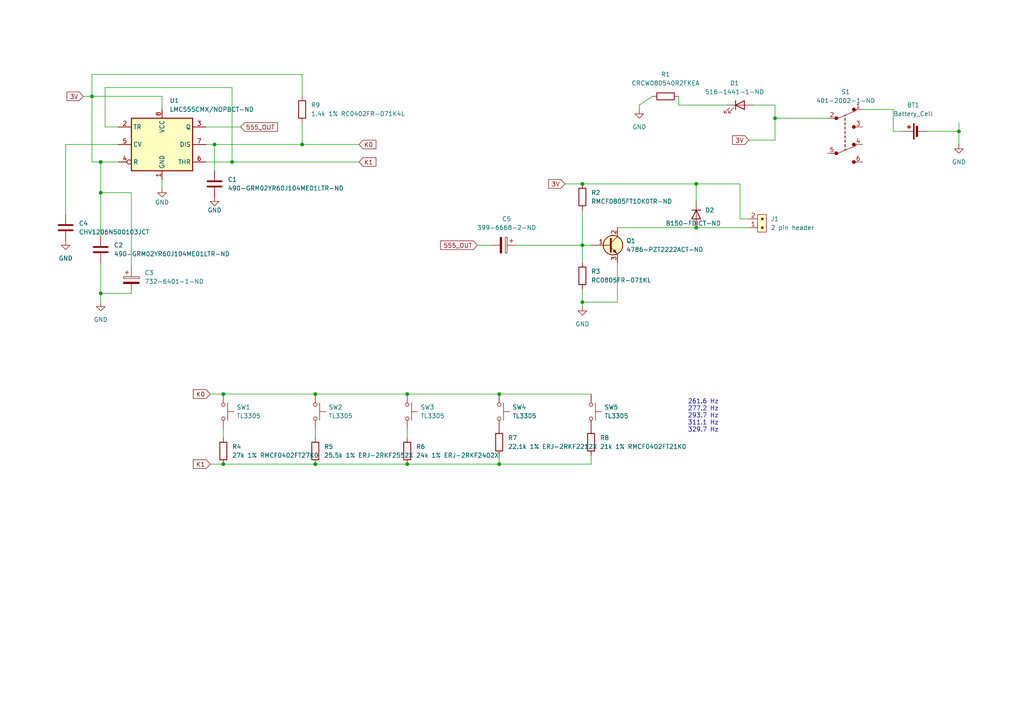
<source format=kicad_sch>
(kicad_sch (version 20231120) (generator "eeschema") (generator_version "8.0")
  (paper "A4")
  (lib_symbols
    (symbol "Device:Battery_Cell" (pin_numbers hide) (pin_names (offset 0) hide)
      (property "Reference" "BT" (at 2.54 2.54 0))
      (property "Value" "Battery_Cell" (at 2.54 0 0))
      (symbol "Battery_Cell_0_1"
        (rectangle (start -2.286 1.778) (end 2.286 1.524) (fill (type outline)))
        (rectangle (start -1.524 1.016) (end 1.524 0.508) (fill (type outline)))
        (polyline (pts (xy 0 0.762) (xy 0 0)))
        (polyline (pts (xy 0 1.778) (xy 0 2.54)))
        (polyline (pts (xy 0.762 3.048) (xy 1.778 3.048)) (stroke (width 0.254)))
        (polyline (pts (xy 1.27 3.556) (xy 1.27 2.54)) (stroke (width 0.254)))
      )
      (symbol "Battery_Cell_1_1"
        (pin passive line (at 0 5.08 270) (length 2.54) (name "+") (number "1"))
        (pin passive line (at 0 -2.54 90) (length 2.54) (name "-") (number "2"))
      )
    )
    (symbol "Device:C" (pin_numbers hide) (pin_names (offset 0.254))
      (property "Reference" "C" (at 0.635 2.54 0))
      (property "Value" "C" (at 0.635 -2.54 0))
      (symbol "C_0_1"
        (polyline (pts (xy -2.032 -0.762) (xy 2.032 -0.762)) (stroke (width 0.508)))
        (polyline (pts (xy -2.032 0.762) (xy 2.032 0.762)) (stroke (width 0.508)))
      )
      (symbol "C_1_1"
        (pin passive line (at 0 3.81 270) (length 2.794) (name "~") (number "1"))
        (pin passive line (at 0 -3.81 90) (length 2.794) (name "~") (number "2"))
      )
    )
    (symbol "Device:C_Polarized" (pin_numbers hide) (pin_names (offset 0.254))
      (property "Reference" "C" (at 0.635 2.54 0))
      (property "Value" "C_Polarized" (at 0.635 -2.54 0))
      (symbol "C_Polarized_0_1"
        (rectangle (start -2.286 0.508) (end 2.286 1.016))
        (polyline (pts (xy -1.778 2.286) (xy -0.762 2.286)))
        (polyline (pts (xy -1.27 2.794) (xy -1.27 1.778)))
        (rectangle (start 2.286 -0.508) (end -2.286 -1.016) (fill (type outline)))
      )
      (symbol "C_Polarized_1_1"
        (pin passive line (at 0 3.81 270) (length 2.794) (name "~") (number "1"))
        (pin passive line (at 0 -3.81 90) (length 2.794) (name "~") (number "2"))
      )
    )
    (symbol "Device:D" (pin_numbers hide) (pin_names (offset 1.016) hide)
      (property "Reference" "D" (at 0 2.54 0))
      (property "Value" "D" (at 0 -2.54 0))
      (symbol "D_0_1"
        (polyline (pts (xy -1.27 1.27) (xy -1.27 -1.27)) (stroke (width 0.254)))
        (polyline (pts (xy 1.27 0) (xy -1.27 0)))
        (polyline (pts (xy 1.27 1.27) (xy 1.27 -1.27) (xy -1.27 0) (xy 1.27 1.27)) (stroke (width 0.254)))
      )
      (symbol "D_1_1"
        (pin passive line (at -3.81 0 0) (length 2.54) (name "K") (number "1"))
        (pin passive line (at 3.81 0 180) (length 2.54) (name "A") (number "2"))
      )
    )
    (symbol "Device:LED" (pin_numbers hide) (pin_names (offset 1.016) hide)
      (property "Reference" "D" (at 0 2.54 0))
      (property "Value" "LED" (at 0 -2.54 0))
      (symbol "LED_0_1"
        (polyline (pts (xy -1.27 -1.27) (xy -1.27 1.27)) (stroke (width 0.254)))
        (polyline (pts (xy -1.27 0) (xy 1.27 0)))
        (polyline (pts (xy 1.27 -1.27) (xy 1.27 1.27) (xy -1.27 0) (xy 1.27 -1.27)) (stroke (width 0.254)))
        (polyline (pts (xy -3.048 -0.762) (xy -4.572 -2.286) (xy -3.81 -2.286) (xy -4.572 -2.286) (xy -4.572 -1.524)))
        (polyline (pts (xy -1.778 -0.762) (xy -3.302 -2.286) (xy -2.54 -2.286) (xy -3.302 -2.286) (xy -3.302 -1.524)))
      )
      (symbol "LED_1_1"
        (pin passive line (at -3.81 0 0) (length 2.54) (name "K") (number "1"))
        (pin passive line (at 3.81 0 180) (length 2.54) (name "A") (number "2"))
      )
    )
    (symbol "Device:R" (pin_numbers hide) (pin_names (offset 0))
      (property "Reference" "R" (at 2.032 0 90))
      (property "Value" "R" (at 0 0 90))
      (symbol "R_0_1"
        (rectangle (start -1.016 -2.54) (end 1.016 2.54) (stroke (width 0.254)))
      )
      (symbol "R_1_1"
        (pin passive line (at 0 3.81 270) (length 1.27) (name "~") (number "1"))
        (pin passive line (at 0 -3.81 90) (length 1.27) (name "~") (number "2"))
      )
    )
    (symbol "PCM_Transistor_BJT_AKL:PZT2222A" (pin_names hide)
      (property "Reference" "Q" (at 5.08 1.27 0))
      (property "Value" "PZT2222A" (at 5.08 -1.27 0))
      (symbol "PZT2222A_0_1"
        (polyline (pts (xy 0.635 0.635) (xy 2.54 2.54)))
        (polyline (pts (xy 0.635 -0.635) (xy 2.54 -2.54) (xy 2.54 -2.54)))
        (polyline (pts (xy 0.635 1.905) (xy 0.635 -1.905) (xy 0.635 -1.905)) (stroke (width 0.508)))
        (polyline (pts (xy 1.27 -1.778) (xy 1.778 -1.27) (xy 2.286 -2.286) (xy 1.27 -1.778) (xy 1.27 -1.778)) (fill (type outline)))
        (circle (center 1.27 0) (radius 2.8194) (stroke (width 0.254)) (fill (type background)))
      )
      (symbol "PZT2222A_1_1"
        (pin input line (at -5.08 0 0) (length 5.715) (name "B") (number "1"))
        (pin passive line (at 2.54 5.08 270) (length 2.54) (name "C") (number "2"))
        (pin passive line (at 2.54 -5.08 90) (length 2.54) (name "E") (number "3"))
      )
    )
    (symbol "Switch:SW_Push" (pin_numbers hide) (pin_names (offset 1.016) hide)
      (property "Reference" "SW" (at 1.27 2.54 0))
      (property "Value" "SW_Push" (at 0 -1.524 0))
      (symbol "SW_Push_0_1"
        (circle (center -2.032 0) (radius 0.508))
        (polyline (pts (xy 0 1.27) (xy 0 3.048)))
        (polyline (pts (xy 2.54 1.27) (xy -2.54 1.27)))
        (circle (center 2.032 0) (radius 0.508))
        (pin passive line (at -5.08 0 0) (length 2.54) (name "1") (number "1"))
        (pin passive line (at 5.08 0 180) (length 2.54) (name "2") (number "2"))
      )
    )
    (symbol "Timer:LMC555xM"
      (property "Reference" "U" (at -10.16 8.89 0))
      (property "Value" "LMC555xM" (at 2.54 8.89 0))
      (symbol "LMC555xM_0_0"
        (pin power_in line (at 0 -10.16 90) (length 2.54) (name "GND") (number "1"))
        (pin power_in line (at 0 10.16 270) (length 2.54) (name "VCC") (number "8"))
      )
      (symbol "LMC555xM_0_1"
        (rectangle (start -8.89 -7.62) (end 8.89 7.62) (stroke (width 0.254)) (fill (type background)))
        (rectangle (start -8.89 -7.62) (end 8.89 7.62) (stroke (width 0.254)) (fill (type background)))
      )
      (symbol "LMC555xM_1_1"
        (pin input line (at -12.7 5.08 0) (length 3.81) (name "TR") (number "2"))
        (pin output line (at 12.7 5.08 180) (length 3.81) (name "Q") (number "3"))
        (pin input inverted (at -12.7 -5.08 0) (length 3.81) (name "R") (number "4"))
        (pin input line (at -12.7 0 0) (length 3.81) (name "CV") (number "5"))
        (pin input line (at 12.7 -5.08 180) (length 3.81) (name "THR") (number "6"))
        (pin input line (at 12.7 0 180) (length 3.81) (name "DIS") (number "7"))
      )
    )
    (symbol "dk_Rectangular-Connectors-Headers-Male-Pins:22-23-2021" (pin_names (offset 1.016))
      (property "Reference" "J" (at -2.54 1.27 0))
      (property "Value" "22-23-2021" (at 1.27 -3.81 0))
      (symbol "22-23-2021_1_1"
        (rectangle (start -1.27 0) (end 3.81 -2.54) (fill (type background)))
        (rectangle (start -0.254 -1.143) (end 0.254 -1.651) (fill (type outline)))
        (rectangle (start 2.286 -1.143) (end 2.794 -1.651) (fill (type outline)))
        (pin passive line (at 0 2.54 270) (length 2.54) (name "~") (number "1"))
        (pin passive line (at 2.54 2.54 270) (length 2.54) (name "~") (number "2"))
      )
    )
    (symbol "dk_Slide-Switches:JS202011SCQN" (pin_names (offset 0))
      (property "Reference" "S" (at -3.81 8.255 0))
      (property "Value" "JS202011SCQN" (at 0 -11.43 0))
      (symbol "JS202011SCQN_0_1"
        (circle (center -2.54 -5.08) (radius 0.4572) (fill (type outline)))
        (circle (center -2.54 5.08) (radius 0.4572) (fill (type outline)))
        (polyline (pts (xy -2.032 -5.08) (xy 3.302 -2.794)))
        (polyline (pts (xy -2.032 5.08) (xy 3.302 7.366)))
        (polyline (pts (xy 0 -3.81) (xy 0 -4.191)) (stroke (width 0.254)))
        (polyline (pts (xy 0 -2.54) (xy 0 -3.175)) (stroke (width 0.254)))
        (polyline (pts (xy 0 -1.27) (xy 0 -1.905)) (stroke (width 0.254)))
        (polyline (pts (xy 0 0) (xy 0 -0.635)) (stroke (width 0.254)))
        (polyline (pts (xy 0 1.27) (xy 0 0.635)) (stroke (width 0.254)))
        (polyline (pts (xy 0 2.54) (xy 0 1.905)) (stroke (width 0.254)))
        (polyline (pts (xy 0 3.81) (xy 0 3.175)) (stroke (width 0.254)))
        (polyline (pts (xy 0 5.08) (xy 0 4.445)) (stroke (width 0.254)))
        (polyline (pts (xy 0 5.969) (xy 0 5.715)) (stroke (width 0.254)))
        (circle (center 2.54 -7.62) (radius 0.4572) (fill (type outline)))
        (circle (center 2.54 -2.54) (radius 0.4572) (fill (type outline)))
        (circle (center 2.54 2.54) (radius 0.4572) (fill (type outline)))
        (circle (center 2.54 7.62) (radius 0.4572) (fill (type outline)))
      )
      (symbol "JS202011SCQN_1_1"
        (pin passive line (at 5.08 7.62 180) (length 2.54) (name "~") (number "1"))
        (pin passive line (at -5.08 5.08 0) (length 2.54) (name "~") (number "2"))
        (pin passive line (at 5.08 2.54 180) (length 2.54) (name "~") (number "3"))
        (pin passive line (at 5.08 -2.54 180) (length 2.54) (name "~") (number "4"))
        (pin passive line (at -5.08 -5.08 0) (length 2.54) (name "~") (number "5"))
        (pin passive line (at 5.08 -7.62 180) (length 2.54) (name "~") (number "6"))
      )
    )
    (symbol "power:GND" (power) (pin_numbers hide) (pin_names (offset 0) hide)
      (property "Value" "GND" (at 0 -3.81 0))
      (symbol "GND_0_1"
        (polyline (pts (xy 0 0) (xy 0 -1.27) (xy 1.27 -1.27) (xy 0 -2.54) (xy -1.27 -1.27) (xy 0 -1.27)))
      )
      (symbol "GND_1_1"
        (pin power_in line (at 0 0 270) (length 0) (name "~") (number "1"))
      )
    )
  )
  (junction (at 224.79 34.29))
  (junction (at 67.31 46.99))
  (junction (at 29.21 85.09))
  (junction (at 118.11 134.62))
  (junction (at 144.78 114.3))
  (junction (at 29.21 46.99))
  (junction (at 201.93 53.34))
  (junction (at 168.91 71.12))
  (junction (at 168.91 87.63))
  (junction (at 91.44 134.62))
  (junction (at 62.23 41.91))
  (junction (at 26.67 27.94))
  (junction (at 144.78 134.62))
  (junction (at 168.91 53.34))
  (junction (at 91.44 114.3))
  (junction (at 118.11 114.3))
  (junction (at 278.13 38.1))
  (junction (at 29.21 55.88))
  (junction (at 64.77 114.3))
  (junction (at 87.63 41.91))
  (junction (at 64.77 134.62))
  (junction (at 201.93 66.04))
  (wire (pts (xy 149.86 71.12) (xy 168.91 71.12)))
  (wire (pts (xy 217.17 63.5) (xy 214.63 63.5)))
  (wire (pts (xy 196.85 27.94) (xy 196.85 30.48)))
  (wire (pts (xy 91.44 114.3) (xy 118.11 114.3)))
  (wire (pts (xy 59.69 41.91) (xy 62.23 41.91)))
  (wire (pts (xy 179.07 87.63) (xy 168.91 87.63)))
  (wire (pts (xy 168.91 71.12) (xy 171.45 71.12)))
  (wire (pts (xy 30.48 36.83) (xy 30.48 25.4)))
  (wire (pts (xy 67.31 25.4) (xy 67.31 46.99)))
  (wire (pts (xy 214.63 53.34) (xy 201.93 53.34)))
  (wire (pts (xy 168.91 53.34) (xy 201.93 53.34)))
  (wire (pts (xy 224.79 34.29) (xy 224.79 40.64)))
  (wire (pts (xy 224.79 30.48) (xy 224.79 34.29)))
  (wire (pts (xy 29.21 87.63) (xy 29.21 85.09)))
  (wire (pts (xy 30.48 25.4) (xy 67.31 25.4)))
  (wire (pts (xy 142.24 71.12) (xy 138.43 71.12)))
  (wire (pts (xy 87.63 35.56) (xy 87.63 41.91)))
  (wire (pts (xy 214.63 63.5) (xy 214.63 53.34)))
  (wire (pts (xy 46.99 27.94) (xy 26.67 27.94)))
  (wire (pts (xy 24.13 27.94) (xy 26.67 27.94)))
  (wire (pts (xy 179.07 66.04) (xy 201.93 66.04)))
  (wire (pts (xy 29.21 55.88) (xy 29.21 46.99)))
  (wire (pts (xy 19.05 41.91) (xy 19.05 62.23)))
  (wire (pts (xy 64.77 124.46) (xy 64.77 127)))
  (wire (pts (xy 64.77 134.62) (xy 91.44 134.62)))
  (wire (pts (xy 60.96 114.3) (xy 64.77 114.3)))
  (wire (pts (xy 59.69 36.83) (xy 69.85 36.83)))
  (wire (pts (xy 144.78 114.3) (xy 118.11 114.3)))
  (wire (pts (xy 46.99 52.07) (xy 46.99 54.61)))
  (wire (pts (xy 29.21 68.58) (xy 29.21 55.88)))
  (wire (pts (xy 64.77 114.3) (xy 91.44 114.3)))
  (wire (pts (xy 26.67 27.94) (xy 26.67 46.99)))
  (wire (pts (xy 34.29 36.83) (xy 30.48 36.83)))
  (wire (pts (xy 171.45 114.3) (xy 144.78 114.3)))
  (wire (pts (xy 261.62 38.1) (xy 259.08 38.1)))
  (wire (pts (xy 171.45 134.62) (xy 171.45 132.08)))
  (wire (pts (xy 185.42 30.48) (xy 185.42 31.75)))
  (wire (pts (xy 29.21 55.88) (xy 38.1 55.88)))
  (wire (pts (xy 259.08 38.1) (xy 259.08 31.75)))
  (wire (pts (xy 60.96 134.62) (xy 64.77 134.62)))
  (wire (pts (xy 67.31 46.99) (xy 59.69 46.99)))
  (wire (pts (xy 118.11 124.46) (xy 118.11 127)))
  (wire (pts (xy 189.23 27.94) (xy 185.42 30.48)))
  (wire (pts (xy 218.44 30.48) (xy 224.79 30.48)))
  (wire (pts (xy 168.91 83.82) (xy 168.91 87.63)))
  (wire (pts (xy 38.1 85.09) (xy 29.21 85.09)))
  (wire (pts (xy 91.44 124.46) (xy 91.44 127)))
  (wire (pts (xy 278.13 38.1) (xy 278.13 41.91)))
  (wire (pts (xy 67.31 46.99) (xy 104.14 46.99)))
  (wire (pts (xy 269.24 38.1) (xy 278.13 38.1)))
  (wire (pts (xy 62.23 41.91) (xy 87.63 41.91)))
  (wire (pts (xy 163.83 53.34) (xy 168.91 53.34)))
  (wire (pts (xy 118.11 134.62) (xy 144.78 134.62)))
  (wire (pts (xy 29.21 46.99) (xy 34.29 46.99)))
  (wire (pts (xy 144.78 134.62) (xy 171.45 134.62)))
  (wire (pts (xy 87.63 41.91) (xy 104.14 41.91)))
  (wire (pts (xy 217.17 66.04) (xy 201.93 66.04)))
  (wire (pts (xy 62.23 49.53) (xy 62.23 41.91)))
  (wire (pts (xy 87.63 21.59) (xy 87.63 27.94)))
  (wire (pts (xy 278.13 35.56) (xy 278.13 38.1)))
  (wire (pts (xy 26.67 46.99) (xy 29.21 46.99)))
  (wire (pts (xy 19.05 41.91) (xy 34.29 41.91)))
  (wire (pts (xy 259.08 31.75) (xy 250.19 31.75)))
  (wire (pts (xy 196.85 30.48) (xy 210.82 30.48)))
  (wire (pts (xy 26.67 21.59) (xy 87.63 21.59)))
  (wire (pts (xy 168.91 60.96) (xy 168.91 71.12)))
  (wire (pts (xy 91.44 134.62) (xy 118.11 134.62)))
  (wire (pts (xy 168.91 87.63) (xy 168.91 88.9)))
  (wire (pts (xy 144.78 134.62) (xy 144.78 132.08)))
  (wire (pts (xy 201.93 53.34) (xy 201.93 58.42)))
  (wire (pts (xy 46.99 31.75) (xy 46.99 27.94)))
  (wire (pts (xy 26.67 27.94) (xy 26.67 21.59)))
  (wire (pts (xy 217.17 40.64) (xy 224.79 40.64)))
  (wire (pts (xy 240.03 34.29) (xy 224.79 34.29)))
  (wire (pts (xy 38.1 77.47) (xy 38.1 55.88)))
  (wire (pts (xy 179.07 76.2) (xy 179.07 87.63)))
  (wire (pts (xy 168.91 76.2) (xy 168.91 71.12)))
  (wire (pts (xy 29.21 85.09) (xy 29.21 76.2)))
  (text "261.6 Hz\n277.2 Hz\n293.7 Hz\n311.1 Hz\n329.7 Hz" (at 203.962 120.65 0) (effects (font (size 1.27 1.27))))
  (global_label "K0" (shape input) (at 60.96 114.3 180) (property "Intersheetrefs" "${INTERSHEET_REFS}" (effects (hide yes))))
  (global_label "K1" (shape input) (at 104.14 46.99 0) (property "Intersheetrefs" "${INTERSHEET_REFS}" (effects (hide yes))))
  (global_label "K1" (shape input) (at 60.96 134.62 180) (property "Intersheetrefs" "${INTERSHEET_REFS}" (effects (hide yes))))
  (global_label "K0" (shape input) (at 104.14 41.91 0) (property "Intersheetrefs" "${INTERSHEET_REFS}" (effects (hide yes))))
  (global_label "3V" (shape input) (at 163.83 53.34 180) (property "Intersheetrefs" "${INTERSHEET_REFS}" (effects (hide yes))))
  (global_label "555_OUT" (shape input) (at 69.85 36.83 0) (property "Intersheetrefs" "${INTERSHEET_REFS}" (effects (hide yes))))
  (global_label "3V" (shape input) (at 217.17 40.64 180) (property "Intersheetrefs" "${INTERSHEET_REFS}" (effects (hide yes))))
  (global_label "555_OUT" (shape input) (at 138.43 71.12 180) (property "Intersheetrefs" "${INTERSHEET_REFS}" (effects (hide yes))))
  (global_label "3V" (shape input) (at 24.13 27.94 180) (property "Intersheetrefs" "${INTERSHEET_REFS}" (effects (hide yes))))
  (symbol (lib_id "PCM_Transistor_BJT_AKL:PZT2222A") (at 176.53 71.12 0) (unit 1)
    (property "Reference" "Q1" (at 181.61 69.8499 0) (effects (justify left)))
    (property "Value" "4786-PZT2222ACT-ND" (at 181.61 72.3899 0) (effects (justify left)))
    (property "Footprint" "PCM_Package_TO_SOT_SMD_AKL:SOT-223-3_TabPin2" (effects (hide yes)))
    (property "Datasheet" "https://www.tme.eu/Document/8cf0701d57e2839da7a4ad1ce8245d70/PZT2222A.pdf" (effects (hide yes)))
    (property "Description" "NPN SOT-223 transistor, 40V, 600mA, 1.15W, Alternate KiCAD Library" (effects (hide yes)))
  )
  (symbol (lib_id "Device:C_Polarized") (at 146.05 71.12 270) (unit 1)
    (property "Reference" "C5" (at 146.939 63.5 90))
    (property "Value" "399-6668-2-ND" (at 146.939 66.04 90))
    (property "Footprint" "PCM_Capacitor_SMD_AKL:CP_Elec_5x5.3" (effects (hide yes)))
    (property "Description" "Polarized capacitor" (effects (hide yes)))
  )
  (symbol (lib_id "Device:R") (at 168.91 80.01 0) (unit 1)
    (property "Reference" "R3" (at 171.45 78.7399 0) (effects (justify left)))
    (property "Value" "RC0805FR-071KL" (at 171.45 81.2799 0) (effects (justify left)))
    (property "Footprint" "PCM_Resistor_SMD_AKL:R_0805_2012Metric_Pad1.15x1.40mm_HandSolder" (effects (hide yes)))
    (property "Description" "Resistor" (effects (hide yes)))
  )
  (symbol (lib_id "power:GND") (at 46.99 54.61 0) (unit 1)
    (property "Reference" "#PWR02" (effects (hide yes)))
    (property "Value" "GND" (at 46.99 58.674 0))
    (property "Description" "Power symbol creates a global label with name \"GND\" , ground" (effects (hide yes)))
  )
  (symbol (lib_id "Device:R") (at 168.91 57.15 0) (unit 1)
    (property "Reference" "R2" (at 171.45 55.8799 0) (effects (justify left)))
    (property "Value" "RMCF0805FT10K0TR-ND" (at 171.45 58.4199 0) (effects (justify left)))
    (property "Footprint" "PCM_Resistor_SMD_AKL:R_0805_2012Metric_Pad1.15x1.40mm_HandSolder" (effects (hide yes)))
    (property "Description" "Resistor" (effects (hide yes)))
  )
  (symbol (lib_id "Timer:LMC555xM") (at 46.99 41.91 0) (unit 1)
    (property "Reference" "U1" (at 49.1841 29.21 0) (effects (justify left)))
    (property "Value" "LMC555CMX/NOPBCT-ND" (at 49.1841 31.75 0) (effects (justify left)))
    (property "Footprint" "Package_SO:SOIC-8_3.9x4.9mm_P1.27mm" (effects (hide yes)))
    (property "Datasheet" "http://www.ti.com/lit/ds/symlink/lmc555.pdf" (effects (hide yes)))
    (property "Description" "CMOS Timer, 555 compatible, SOIC-8" (effects (hide yes)))
  )
  (symbol (lib_id "power:GND") (at 62.23 57.15 0) (unit 1)
    (property "Reference" "#PWR04" (effects (hide yes)))
    (property "Value" "GND" (at 62.23 60.96 0))
    (property "Description" "Power symbol creates a global label with name \"GND\" , ground" (effects (hide yes)))
  )
  (symbol (lib_id "power:GND") (at 278.13 41.91 0) (unit 1)
    (property "Reference" "#PWR01" (effects (hide yes)))
    (property "Value" "GND" (at 278.13 46.99 0))
    (property "Description" "Power symbol creates a global label with name \"GND\" , ground" (effects (hide yes)))
  )
  (symbol (lib_id "Device:R") (at 171.45 128.27 0) (unit 1)
    (property "Reference" "R8" (at 173.99 126.9999 0) (effects (justify left)))
    (property "Value" "21k 1% RMCF0402FT21K0" (at 173.99 129.5399 0) (effects (justify left)))
    (property "Footprint" "PCM_Resistor_SMD_AKL:R_0805_2012Metric_Pad1.15x1.40mm_HandSolder" (effects (hide yes)))
    (property "Description" "Resistor" (effects (hide yes)))
  )
  (symbol (lib_id "Device:R") (at 144.78 128.27 0) (unit 1)
    (property "Reference" "R7" (at 147.32 126.9999 0) (effects (justify left)))
    (property "Value" "22.1k 1% ERJ-2RKF2212X" (at 147.32 129.5399 0) (effects (justify left)))
    (property "Footprint" "PCM_Resistor_SMD_AKL:R_0805_2012Metric_Pad1.15x1.40mm_HandSolder" (effects (hide yes)))
    (property "Description" "Resistor" (effects (hide yes)))
  )
  (symbol (lib_id "Device:C") (at 19.05 66.04 0) (unit 1)
    (property "Reference" "C4" (at 22.86 64.7699 0) (effects (justify left)))
    (property "Value" "CHV1206N500103JCT" (at 22.86 67.3099 0) (effects (justify left)))
    (property "Footprint" "Capacitor_SMD:C_1206_3216Metric" (effects (hide yes)))
    (property "Description" "Unpolarized capacitor" (effects (hide yes)))
  )
  (symbol (lib_id "Device:R") (at 64.77 130.81 0) (unit 1)
    (property "Reference" "R4" (at 67.31 129.5399 0) (effects (justify left)))
    (property "Value" "27k 1% RMCF0402FT27K0" (at 67.31 132.0799 0) (effects (justify left)))
    (property "Footprint" "PCM_Resistor_SMD_AKL:R_0805_2012Metric_Pad1.15x1.40mm_HandSolder" (effects (hide yes)))
    (property "Description" "Resistor" (effects (hide yes)))
  )
  (symbol (lib_id "Device:R") (at 91.44 130.81 0) (unit 1)
    (property "Reference" "R5" (at 93.98 129.5399 0) (effects (justify left)))
    (property "Value" "25.5k 1% ERJ-2RKF2552X" (at 93.98 132.0799 0) (effects (justify left)))
    (property "Footprint" "PCM_Resistor_SMD_AKL:R_0805_2012Metric_Pad1.15x1.40mm_HandSolder" (effects (hide yes)))
    (property "Description" "Resistor" (effects (hide yes)))
  )
  (symbol (lib_id "Switch:SW_Push") (at 144.78 119.38 270) (unit 1)
    (property "Reference" "SW4" (at 148.59 118.1099 90) (effects (justify left)))
    (property "Value" "TL3305" (at 148.59 120.6499 90) (effects (justify left)))
    (property "Footprint" "Button_Switch_SMD:SW_SPST_TL3305B" (effects (hide yes)))
    (property "Description" "Push button switch, generic, two pins" (effects (hide yes)))
  )
  (symbol (lib_id "Device:C_Polarized") (at 38.1 81.28 0) (unit 1)
    (property "Reference" "C3" (at 41.91 79.1209 0) (effects (justify left)))
    (property "Value" "732-6401-1-ND" (at 41.91 81.6609 0) (effects (justify left)))
    (property "Footprint" "Capacitor_SMD:CP_Elec_4x3.9" (effects (hide yes)))
    (property "Description" "Polarized capacitor" (effects (hide yes)))
  )
  (symbol (lib_id "dk_Rectangular-Connectors-Headers-Male-Pins:22-23-2021") (at 219.71 66.04 90) (unit 1)
    (property "Reference" "J1" (at 223.52 63.4999 90) (effects (justify right)))
    (property "Value" "2 pin header" (at 223.52 66.0399 90) (effects (justify right)))
    (property "Footprint" "digikey-footprints:PinHeader_1x2_P2.54mm_Drill1.02mm" (effects (hide yes)))
    (property "Datasheet" "https://media.digikey.com/pdf/Data%20Sheets/Molex%20PDFs/A-6373-N_Series_Dwg_2010-12-03.pdf" (effects (hide yes)))
    (property "Description" "CONN HEADER VERT 2POS 2.54MM" (effects (hide yes)))
    (property "Digi-Key_PN" "WM4200-ND" (effects (hide yes)))
    (property "MPN" "22-23-2021" (effects (hide yes)))
    (property "Category" "Connectors, Interconnects" (effects (hide yes)))
    (property "Family" "Rectangular Connectors - Headers, Male Pins" (effects (hide yes)))
    (property "DK_Datasheet_Link" "https://media.digikey.com/pdf/Data%20Sheets/Molex%20PDFs/A-6373-N_Series_Dwg_2010-12-03.pdf" (effects (hide yes)))
    (property "DK_Detail_Page" "/product-detail/en/molex/22-23-2021/WM4200-ND/26667" (effects (hide yes)))
    (property "Description_1" "CONN HEADER VERT 2POS 2.54MM" (effects (hide yes)))
    (property "Manufacturer" "Molex" (effects (hide yes)))
    (property "Status" "Active" (effects (hide yes)))
  )
  (symbol (lib_id "Device:R") (at 193.04 27.94 270) (unit 1)
    (property "Reference" "R1" (at 193.04 21.59 90))
    (property "Value" "CRCW080540R2FKEA" (at 193.04 24.13 90))
    (property "Footprint" "PCM_Resistor_SMD_AKL:R_0805_2012Metric_Pad1.15x1.40mm_HandSolder" (effects (hide yes)))
    (property "Description" "Resistor" (effects (hide yes)))
  )
  (symbol (lib_id "Switch:SW_Push") (at 171.45 119.38 270) (unit 1)
    (property "Reference" "SW5" (at 175.26 118.1099 90) (effects (justify left)))
    (property "Value" "TL3305" (at 175.26 120.6499 90) (effects (justify left)))
    (property "Footprint" "Button_Switch_SMD:SW_SPST_TL3305B" (effects (hide yes)))
    (property "Description" "Push button switch, generic, two pins" (effects (hide yes)))
  )
  (symbol (lib_id "power:GND") (at 19.05 69.85 0) (unit 1)
    (property "Reference" "#PWR06" (effects (hide yes)))
    (property "Value" "GND" (at 19.05 74.93 0))
    (property "Description" "Power symbol creates a global label with name \"GND\" , ground" (effects (hide yes)))
  )
  (symbol (lib_id "power:GND") (at 185.42 31.75 0) (unit 1)
    (property "Reference" "#PWR03" (effects (hide yes)))
    (property "Value" "GND" (at 185.42 36.83 0))
    (property "Description" "Power symbol creates a global label with name \"GND\" , ground" (effects (hide yes)))
  )
  (symbol (lib_id "Device:LED") (at 214.63 30.48 0) (unit 1)
    (property "Reference" "D1" (at 213.0425 24.13 0))
    (property "Value" "516-1441-1-ND" (at 213.0425 26.67 0))
    (property "Footprint" "LED_SMD:LED_1206_3216Metric_Pad1.42x1.75mm_HandSolder" (effects (hide yes)))
    (property "Description" "Light emitting diode" (effects (hide yes)))
  )
  (symbol (lib_id "Device:C") (at 62.23 53.34 0) (unit 1)
    (property "Reference" "C1" (at 66.04 52.0699 0) (effects (justify left)))
    (property "Value" "490-GRM02YR60J104ME01LTR-ND" (at 66.04 54.6099 0) (effects (justify left)))
    (property "Footprint" "Capacitor_SMD:C_01005_0402Metric_Pad0.57x0.30mm_HandSolder" (effects (hide yes)))
    (property "Description" "Unpolarized capacitor" (effects (hide yes)))
  )
  (symbol (lib_id "dk_Slide-Switches:JS202011SCQN") (at 245.11 39.37 0) (unit 1)
    (property "Reference" "S1" (at 245.2624 26.67 0))
    (property "Value" "401-2002-1-ND" (at 245.2624 29.21 0))
    (property "Footprint" "digikey-footprints:Switch_Slide_JS202011SCQN" (effects (hide yes)))
    (property "Datasheet" "https://www.ckswitches.com/media/1422/js.pdf" (effects (hide yes)))
    (property "Description" "SWITCH SLIDE DPDT 300MA 6V" (effects (hide yes)))
    (property "Digi-Key_PN" "401-2002-1-ND" (effects (hide yes)))
    (property "MPN" "JS202011SCQN" (effects (hide yes)))
    (property "Category" "Switches" (effects (hide yes)))
    (property "Family" "Slide Switches" (effects (hide yes)))
    (property "DK_Datasheet_Link" "https://www.ckswitches.com/media/1422/js.pdf" (effects (hide yes)))
    (property "DK_Detail_Page" "/product-detail/en/c-k/JS202011SCQN/401-2002-1-ND/1640098" (effects (hide yes)))
    (property "Description_1" "SWITCH SLIDE DPDT 300MA 6V" (effects (hide yes)))
    (property "Manufacturer" "C&K" (effects (hide yes)))
    (property "Status" "Active" (effects (hide yes)))
  )
  (symbol (lib_id "Switch:SW_Push") (at 118.11 119.38 270) (unit 1)
    (property "Reference" "SW3" (at 121.92 118.1099 90) (effects (justify left)))
    (property "Value" "TL3305" (at 121.92 120.6499 90) (effects (justify left)))
    (property "Footprint" "Button_Switch_SMD:SW_SPST_TL3305B" (effects (hide yes)))
    (property "Description" "Push button switch, generic, two pins" (effects (hide yes)))
  )
  (symbol (lib_id "Device:Battery_Cell") (at 266.7 38.1 90) (unit 1)
    (property "Reference" "BT1" (at 264.8585 30.48 90))
    (property "Value" "Battery_Cell" (at 264.8585 33.02 90))
    (property "Footprint" "Battery:BatteryHolder_LINX_BAT-HLD-012-SMT" (effects (hide yes)))
    (property "Description" "Single-cell battery" (effects (hide yes)))
  )
  (symbol (lib_id "Device:R") (at 118.11 130.81 0) (unit 1)
    (property "Reference" "R6" (at 120.65 129.5399 0) (effects (justify left)))
    (property "Value" "24k 1% ERJ-2RKF2402X" (at 120.65 132.0799 0) (effects (justify left)))
    (property "Footprint" "PCM_Resistor_SMD_AKL:R_0805_2012Metric_Pad1.15x1.40mm_HandSolder" (effects (hide yes)))
    (property "Description" "Resistor" (effects (hide yes)))
  )
  (symbol (lib_id "power:GND") (at 29.21 87.63 0) (unit 1)
    (property "Reference" "#PWR05" (effects (hide yes)))
    (property "Value" "GND" (at 29.21 92.71 0))
    (property "Description" "Power symbol creates a global label with name \"GND\" , ground" (effects (hide yes)))
  )
  (symbol (lib_id "Switch:SW_Push") (at 64.77 119.38 270) (unit 1)
    (property "Reference" "SW1" (at 68.58 118.1099 90) (effects (justify left)))
    (property "Value" "TL3305" (at 68.58 120.6499 90) (effects (justify left)))
    (property "Footprint" "Button_Switch_SMD:SW_SPST_TL3305B" (effects (hide yes)))
    (property "Description" "Push button switch, generic, two pins" (effects (hide yes)))
  )
  (symbol (lib_id "Device:R") (at 87.63 31.75 0) (unit 1)
    (property "Reference" "R9" (at 90.17 30.4799 0) (effects (justify left)))
    (property "Value" "1.4k 1% RC0402FR-071K4L" (at 90.17 33.0199 0) (effects (justify left)))
    (property "Footprint" "PCM_Resistor_SMD_AKL:R_0805_2012Metric_Pad1.15x1.40mm_HandSolder" (effects (hide yes)))
    (property "Description" "Resistor" (effects (hide yes)))
  )
  (symbol (lib_id "Switch:SW_Push") (at 91.44 119.38 270) (unit 1)
    (property "Reference" "SW2" (at 95.25 118.1099 90) (effects (justify left)))
    (property "Value" "TL3305" (at 95.25 120.6499 90) (effects (justify left)))
    (property "Footprint" "Button_Switch_SMD:SW_SPST_TL3305B" (effects (hide yes)))
    (property "Description" "Push button switch, generic, two pins" (effects (hide yes)))
  )
  (symbol (lib_id "Device:D") (at 201.93 62.23 270) (unit 1)
    (property "Reference" "D2" (at 204.47 60.9599 90) (effects (justify left)))
    (property "Value" "B150-FDICT-ND" (at 193.04 64.77 90) (effects (justify left)))
    (property "Footprint" "Diode_SMD:D_SMA_Handsoldering" (effects (hide yes)))
    (property "Description" "Diode" (effects (hide yes)))
    (property "Sim.Device" "D" (effects (hide yes)))
    (property "Sim.Pins" "1=K 2=A" (effects (hide yes)))
  )
  (symbol (lib_id "power:GND") (at 168.91 88.9 0) (unit 1)
    (property "Reference" "#PWR07" (effects (hide yes)))
    (property "Value" "GND" (at 168.91 93.98 0))
    (property "Description" "Power symbol creates a global label with name \"GND\" , ground" (effects (hide yes)))
  )
  (symbol (lib_id "Device:C") (at 29.21 72.39 0) (unit 1)
    (property "Reference" "C2" (at 33.02 71.1199 0) (effects (justify left)))
    (property "Value" "490-GRM02YR60J104ME01LTR-ND" (at 33.02 73.6599 0) (effects (justify left)))
    (property "Footprint" "Capacitor_SMD:C_01005_0402Metric_Pad0.57x0.30mm_HandSolder" (effects (hide yes)))
    (property "Description" "Unpolarized capacitor" (effects (hide yes)))
  )
)
</source>
